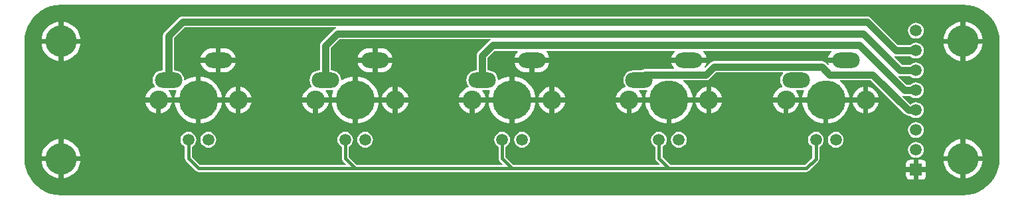
<source format=gtl>
G04 Layer_Physical_Order=1*
G04 Layer_Color=255*
%FSLAX25Y25*%
%MOIN*%
G70*
G01*
G75*
%ADD10C,0.01500*%
%ADD11C,0.03500*%
%ADD12O,0.13780X0.07874*%
%ADD13C,0.05905*%
%ADD14C,0.19685*%
%ADD15C,0.09449*%
%ADD16C,0.15748*%
%ADD17R,0.05905X0.05905*%
G36*
X228998Y47747D02*
X231564Y47189D01*
X234025Y46271D01*
X236330Y45013D01*
X238432Y43439D01*
X240289Y41582D01*
X241863Y39479D01*
X243122Y37174D01*
X244040Y34714D01*
X244598Y32147D01*
X244789Y29482D01*
Y-29482D01*
X244598Y-32147D01*
X244040Y-34714D01*
X243122Y-37174D01*
X241863Y-39479D01*
X240289Y-41582D01*
X238432Y-43439D01*
X236330Y-45013D01*
X234025Y-46271D01*
X231564Y-47189D01*
X228998Y-47747D01*
X226332Y-47938D01*
X-226332D01*
X-228998Y-47747D01*
X-231564Y-47189D01*
X-234025Y-46271D01*
X-236330Y-45013D01*
X-238432Y-43439D01*
X-240289Y-41582D01*
X-241863Y-39479D01*
X-243122Y-37174D01*
X-244040Y-34714D01*
X-244598Y-32147D01*
X-244789Y-29482D01*
Y29482D01*
X-244598Y32147D01*
X-244040Y34714D01*
X-243122Y37174D01*
X-241863Y39479D01*
X-240289Y41582D01*
X-238432Y43439D01*
X-236330Y45013D01*
X-234025Y46271D01*
X-231564Y47189D01*
X-228998Y47747D01*
X-226332Y47938D01*
X226332D01*
X228998Y47747D01*
D02*
G37*
%LPC*%
G36*
X90521Y-1250D02*
X79990D01*
Y-11781D01*
X80598Y-11733D01*
X82411Y-11298D01*
X84133Y-10584D01*
X85723Y-9610D01*
X87140Y-8400D01*
X88351Y-6982D01*
X89324Y-5393D01*
X90038Y-3671D01*
X90473Y-1858D01*
X90521Y-1250D01*
D02*
G37*
G36*
X77490D02*
X66959D01*
X67007Y-1858D01*
X67442Y-3671D01*
X68156Y-5393D01*
X69130Y-6982D01*
X70340Y-8400D01*
X71758Y-9610D01*
X73347Y-10584D01*
X75069Y-11298D01*
X76882Y-11733D01*
X77490Y-11781D01*
Y-1250D01*
D02*
G37*
G36*
X156230D02*
X145700D01*
X145747Y-1858D01*
X146183Y-3671D01*
X146896Y-5393D01*
X147870Y-6982D01*
X149081Y-8400D01*
X150498Y-9610D01*
X152087Y-10584D01*
X153809Y-11298D01*
X155622Y-11733D01*
X156230Y-11781D01*
Y-1250D01*
D02*
G37*
G36*
X-178730D02*
X-184114D01*
X-184107Y-1318D01*
X-183723Y-2586D01*
X-183098Y-3754D01*
X-182258Y-4778D01*
X-181234Y-5618D01*
X-180066Y-6243D01*
X-178798Y-6627D01*
X-178730Y-6634D01*
Y-1250D01*
D02*
G37*
G36*
X169261D02*
X158730D01*
Y-11781D01*
X159339Y-11733D01*
X161151Y-11298D01*
X162873Y-10584D01*
X164463Y-9610D01*
X165880Y-8400D01*
X167091Y-6982D01*
X168065Y-5393D01*
X168778Y-3671D01*
X169213Y-1858D01*
X169261Y-1250D01*
D02*
G37*
G36*
X-79990D02*
X-90521D01*
X-90473Y-1858D01*
X-90038Y-3671D01*
X-89324Y-5393D01*
X-88351Y-6982D01*
X-87140Y-8400D01*
X-85723Y-9610D01*
X-84133Y-10584D01*
X-82411Y-11298D01*
X-80598Y-11733D01*
X-79990Y-11781D01*
Y-1250D01*
D02*
G37*
G36*
X-145700D02*
X-156230D01*
Y-11781D01*
X-155622Y-11733D01*
X-153809Y-11298D01*
X-152087Y-10584D01*
X-150498Y-9610D01*
X-149081Y-8400D01*
X-147870Y-6982D01*
X-146896Y-5393D01*
X-146183Y-3671D01*
X-145747Y-1858D01*
X-145700Y-1250D01*
D02*
G37*
G36*
X-66959D02*
X-77490D01*
Y-11781D01*
X-76882Y-11733D01*
X-75069Y-11298D01*
X-73347Y-10584D01*
X-71758Y-9610D01*
X-70340Y-8400D01*
X-69130Y-6982D01*
X-68156Y-5393D01*
X-67442Y-3671D01*
X-67007Y-1858D01*
X-66959Y-1250D01*
D02*
G37*
G36*
X11781D02*
X1250D01*
Y-11781D01*
X1858Y-11733D01*
X3671Y-11298D01*
X5393Y-10584D01*
X6982Y-9610D01*
X8400Y-8400D01*
X9610Y-6982D01*
X10584Y-5393D01*
X11298Y-3671D01*
X11733Y-1858D01*
X11781Y-1250D01*
D02*
G37*
G36*
X-1250D02*
X-11781D01*
X-11733Y-1858D01*
X-11298Y-3671D01*
X-10584Y-5393D01*
X-9610Y-6982D01*
X-8400Y-8400D01*
X-6982Y-9610D01*
X-5393Y-10584D01*
X-3671Y-11298D01*
X-1858Y-11733D01*
X-1250Y-11781D01*
Y-1250D01*
D02*
G37*
G36*
X-52106D02*
X-57490D01*
Y-6634D01*
X-57422Y-6627D01*
X-56154Y-6243D01*
X-54986Y-5618D01*
X-53962Y-4778D01*
X-53122Y-3754D01*
X-52498Y-2586D01*
X-52113Y-1318D01*
X-52106Y-1250D01*
D02*
G37*
G36*
X-59990D02*
X-65374D01*
X-65367Y-1318D01*
X-64983Y-2586D01*
X-64358Y-3754D01*
X-63518Y-4778D01*
X-62494Y-5618D01*
X-61326Y-6243D01*
X-60058Y-6627D01*
X-59990Y-6634D01*
Y-1250D01*
D02*
G37*
G36*
X-21250D02*
X-26634D01*
X-26627Y-1318D01*
X-26243Y-2586D01*
X-25618Y-3754D01*
X-24778Y-4778D01*
X-23754Y-5618D01*
X-22586Y-6243D01*
X-21318Y-6627D01*
X-21250Y-6634D01*
Y-1250D01*
D02*
G37*
G36*
X18750D02*
X13366D01*
X13373Y-1318D01*
X13757Y-2586D01*
X14382Y-3754D01*
X15222Y-4778D01*
X16246Y-5618D01*
X17414Y-6243D01*
X18682Y-6627D01*
X18750Y-6634D01*
Y-1250D01*
D02*
G37*
G36*
X-13366D02*
X-18750D01*
Y-6634D01*
X-18682Y-6627D01*
X-17414Y-6243D01*
X-16246Y-5618D01*
X-15222Y-4778D01*
X-14382Y-3754D01*
X-13757Y-2586D01*
X-13373Y-1318D01*
X-13366Y-1250D01*
D02*
G37*
G36*
X-138730D02*
X-144114D01*
X-144107Y-1318D01*
X-143723Y-2586D01*
X-143098Y-3754D01*
X-142258Y-4778D01*
X-141234Y-5618D01*
X-140066Y-6243D01*
X-138798Y-6627D01*
X-138730Y-6634D01*
Y-1250D01*
D02*
G37*
G36*
X-170846D02*
X-176230D01*
Y-6634D01*
X-176162Y-6627D01*
X-174894Y-6243D01*
X-173726Y-5618D01*
X-172702Y-4778D01*
X-171862Y-3754D01*
X-171238Y-2586D01*
X-170853Y-1318D01*
X-170846Y-1250D01*
D02*
G37*
G36*
X-130847D02*
X-136230D01*
Y-6634D01*
X-136162Y-6627D01*
X-134895Y-6243D01*
X-133726Y-5618D01*
X-132702Y-4778D01*
X-131862Y-3754D01*
X-131238Y-2586D01*
X-130853Y-1318D01*
X-130847Y-1250D01*
D02*
G37*
G36*
X-92106D02*
X-97490D01*
Y-6634D01*
X-97422Y-6627D01*
X-96154Y-6243D01*
X-94986Y-5618D01*
X-93962Y-4778D01*
X-93122Y-3754D01*
X-92498Y-2586D01*
X-92113Y-1318D01*
X-92106Y-1250D01*
D02*
G37*
G36*
X-99990D02*
X-105374D01*
X-105367Y-1318D01*
X-104983Y-2586D01*
X-104358Y-3754D01*
X-103518Y-4778D01*
X-102494Y-5618D01*
X-101326Y-6243D01*
X-100058Y-6627D01*
X-99990Y-6634D01*
Y-1250D01*
D02*
G37*
G36*
X-158730D02*
X-169261D01*
X-169213Y-1858D01*
X-168778Y-3671D01*
X-168065Y-5393D01*
X-167091Y-6982D01*
X-165880Y-8400D01*
X-164463Y-9610D01*
X-162873Y-10584D01*
X-161151Y-11298D01*
X-159339Y-11733D01*
X-158730Y-11781D01*
Y-1250D01*
D02*
G37*
G36*
X201506Y-30087D02*
X199803D01*
X199023Y-30242D01*
X198361Y-30684D01*
X197919Y-31346D01*
X197764Y-32126D01*
Y-33829D01*
X201506D01*
Y-30087D01*
D02*
G37*
G36*
X236177Y-30778D02*
X227628D01*
Y-39326D01*
X228314Y-39259D01*
X230175Y-38694D01*
X231890Y-37777D01*
X233394Y-36543D01*
X234628Y-35040D01*
X235544Y-33325D01*
X236109Y-31463D01*
X236177Y-30778D01*
D02*
G37*
G36*
X205709Y-30087D02*
X204006D01*
Y-33829D01*
X207748D01*
Y-32126D01*
X207593Y-31346D01*
X207151Y-30684D01*
X206489Y-30242D01*
X205709Y-30087D01*
D02*
G37*
G36*
X202756Y-21092D02*
X201724Y-21228D01*
X200763Y-21626D01*
X199937Y-22260D01*
X199303Y-23085D01*
X198905Y-24047D01*
X198769Y-25079D01*
X198905Y-26111D01*
X199303Y-27072D01*
X199937Y-27898D01*
X200763Y-28532D01*
X201724Y-28930D01*
X202756Y-29066D01*
X203788Y-28930D01*
X204749Y-28532D01*
X205575Y-27898D01*
X206209Y-27072D01*
X206607Y-26111D01*
X206743Y-25079D01*
X206607Y-24047D01*
X206209Y-23085D01*
X205575Y-22260D01*
X204749Y-21626D01*
X203788Y-21228D01*
X202756Y-21092D01*
D02*
G37*
G36*
X152480Y-16013D02*
X151448Y-16149D01*
X150487Y-16547D01*
X149661Y-17181D01*
X149028Y-18007D01*
X148629Y-18968D01*
X148494Y-20000D01*
X148629Y-21032D01*
X149028Y-21993D01*
X149661Y-22819D01*
X150487Y-23453D01*
X150696Y-23539D01*
Y-28867D01*
X146899Y-32664D01*
X79479D01*
X75524Y-28710D01*
Y-23539D01*
X75734Y-23453D01*
X76559Y-22819D01*
X77193Y-21993D01*
X77591Y-21032D01*
X77727Y-20000D01*
X77591Y-18968D01*
X77193Y-18007D01*
X76559Y-17181D01*
X75734Y-16547D01*
X74772Y-16149D01*
X73740Y-16013D01*
X72708Y-16149D01*
X71747Y-16547D01*
X70921Y-17181D01*
X70287Y-18007D01*
X69889Y-18968D01*
X69753Y-20000D01*
X69889Y-21032D01*
X70287Y-21993D01*
X70921Y-22819D01*
X71747Y-23453D01*
X71956Y-23539D01*
Y-29449D01*
X72092Y-30132D01*
X72478Y-30711D01*
X73971Y-32203D01*
X73779Y-32664D01*
X739D01*
X-3216Y-28710D01*
Y-23539D01*
X-3007Y-23453D01*
X-2181Y-22819D01*
X-1547Y-21993D01*
X-1149Y-21032D01*
X-1013Y-20000D01*
X-1149Y-18968D01*
X-1547Y-18007D01*
X-2181Y-17181D01*
X-3007Y-16547D01*
X-3968Y-16149D01*
X-5000Y-16013D01*
X-6032Y-16149D01*
X-6993Y-16547D01*
X-7819Y-17181D01*
X-8453Y-18007D01*
X-8851Y-18968D01*
X-8987Y-20000D01*
X-8851Y-21032D01*
X-8453Y-21993D01*
X-7819Y-22819D01*
X-6993Y-23453D01*
X-6784Y-23539D01*
Y-29449D01*
X-6649Y-30132D01*
X-6262Y-30711D01*
X-4770Y-32203D01*
X-4961Y-32664D01*
X-78001D01*
X-81956Y-28710D01*
Y-23539D01*
X-81747Y-23453D01*
X-80921Y-22819D01*
X-80287Y-21993D01*
X-79889Y-21032D01*
X-79753Y-20000D01*
X-79889Y-18968D01*
X-80287Y-18007D01*
X-80921Y-17181D01*
X-81747Y-16547D01*
X-82708Y-16149D01*
X-83740Y-16013D01*
X-84772Y-16149D01*
X-85734Y-16547D01*
X-86559Y-17181D01*
X-87193Y-18007D01*
X-87591Y-18968D01*
X-87727Y-20000D01*
X-87591Y-21032D01*
X-87193Y-21993D01*
X-86559Y-22819D01*
X-85734Y-23453D01*
X-85524Y-23539D01*
Y-29449D01*
X-85389Y-30132D01*
X-85002Y-30711D01*
X-83510Y-32203D01*
X-83701Y-32664D01*
X-156741D01*
X-160696Y-28710D01*
Y-23539D01*
X-160487Y-23453D01*
X-159661Y-22819D01*
X-159028Y-21993D01*
X-158629Y-21032D01*
X-158493Y-20000D01*
X-158629Y-18968D01*
X-159028Y-18007D01*
X-159661Y-17181D01*
X-160487Y-16547D01*
X-161448Y-16149D01*
X-162480Y-16013D01*
X-163512Y-16149D01*
X-164474Y-16547D01*
X-165299Y-17181D01*
X-165933Y-18007D01*
X-166331Y-18968D01*
X-166467Y-20000D01*
X-166331Y-21032D01*
X-165933Y-21993D01*
X-165299Y-22819D01*
X-164474Y-23453D01*
X-164265Y-23539D01*
Y-29449D01*
X-164129Y-30132D01*
X-163742Y-30711D01*
X-158742Y-35710D01*
X-158742Y-35710D01*
X-158163Y-36097D01*
X-157480Y-36233D01*
X-157480Y-36233D01*
X-78740D01*
X-78740Y-36233D01*
X-78740Y-36233D01*
X-0D01*
X0Y-36233D01*
X0Y-36233D01*
X78740D01*
X78740Y-36233D01*
X78740Y-36233D01*
X147638D01*
X148321Y-36097D01*
X148899Y-35710D01*
X153742Y-30868D01*
X153742Y-30868D01*
X154129Y-30289D01*
X154265Y-29606D01*
X154265Y-29606D01*
Y-23539D01*
X154474Y-23453D01*
X155299Y-22819D01*
X155933Y-21993D01*
X156331Y-21032D01*
X156467Y-20000D01*
X156331Y-18968D01*
X155933Y-18007D01*
X155299Y-17181D01*
X154474Y-16547D01*
X153512Y-16149D01*
X152480Y-16013D01*
D02*
G37*
G36*
X207748Y-36329D02*
X204006D01*
Y-40071D01*
X205709D01*
X206489Y-39915D01*
X207151Y-39473D01*
X207593Y-38812D01*
X207748Y-38032D01*
Y-36329D01*
D02*
G37*
G36*
X201506D02*
X197764D01*
Y-38032D01*
X197919Y-38812D01*
X198361Y-39473D01*
X199023Y-39915D01*
X199803Y-40071D01*
X201506D01*
Y-36329D01*
D02*
G37*
G36*
X-227628Y-30778D02*
X-236177D01*
X-236109Y-31463D01*
X-235544Y-33325D01*
X-234628Y-35040D01*
X-233394Y-36543D01*
X-231890Y-37777D01*
X-230175Y-38694D01*
X-228314Y-39259D01*
X-227628Y-39326D01*
Y-30778D01*
D02*
G37*
G36*
X225128D02*
X216579D01*
X216647Y-31463D01*
X217211Y-33325D01*
X218128Y-35040D01*
X219362Y-36543D01*
X220866Y-37777D01*
X222581Y-38694D01*
X224442Y-39259D01*
X225128Y-39326D01*
Y-30778D01*
D02*
G37*
G36*
X-216579D02*
X-225128D01*
Y-39326D01*
X-224442Y-39259D01*
X-222581Y-38694D01*
X-220866Y-37777D01*
X-219362Y-36543D01*
X-218128Y-35040D01*
X-217211Y-33325D01*
X-216647Y-31463D01*
X-216579Y-30778D01*
D02*
G37*
G36*
X5000Y-16013D02*
X3968Y-16149D01*
X3007Y-16547D01*
X2181Y-17181D01*
X1547Y-18007D01*
X1149Y-18968D01*
X1013Y-20000D01*
X1149Y-21032D01*
X1547Y-21993D01*
X2181Y-22819D01*
X3007Y-23453D01*
X3968Y-23851D01*
X5000Y-23987D01*
X6032Y-23851D01*
X6993Y-23453D01*
X7819Y-22819D01*
X8453Y-21993D01*
X8851Y-21032D01*
X8987Y-20000D01*
X8851Y-18968D01*
X8453Y-18007D01*
X7819Y-17181D01*
X6993Y-16547D01*
X6032Y-16149D01*
X5000Y-16013D01*
D02*
G37*
G36*
X-73740D02*
X-74772Y-16149D01*
X-75734Y-16547D01*
X-76559Y-17181D01*
X-77193Y-18007D01*
X-77591Y-18968D01*
X-77727Y-20000D01*
X-77591Y-21032D01*
X-77193Y-21993D01*
X-76559Y-22819D01*
X-75734Y-23453D01*
X-74772Y-23851D01*
X-73740Y-23987D01*
X-72708Y-23851D01*
X-71747Y-23453D01*
X-70921Y-22819D01*
X-70287Y-21993D01*
X-69889Y-21032D01*
X-69753Y-20000D01*
X-69889Y-18968D01*
X-70287Y-18007D01*
X-70921Y-17181D01*
X-71747Y-16547D01*
X-72708Y-16149D01*
X-73740Y-16013D01*
D02*
G37*
G36*
X83740D02*
X82708Y-16149D01*
X81747Y-16547D01*
X80921Y-17181D01*
X80287Y-18007D01*
X79889Y-18968D01*
X79753Y-20000D01*
X79889Y-21032D01*
X80287Y-21993D01*
X80921Y-22819D01*
X81747Y-23453D01*
X82708Y-23851D01*
X83740Y-23987D01*
X84772Y-23851D01*
X85734Y-23453D01*
X86559Y-22819D01*
X87193Y-21993D01*
X87591Y-21032D01*
X87727Y-20000D01*
X87591Y-18968D01*
X87193Y-18007D01*
X86559Y-17181D01*
X85734Y-16547D01*
X84772Y-16149D01*
X83740Y-16013D01*
D02*
G37*
G36*
X202756Y-11092D02*
X201724Y-11228D01*
X200763Y-11626D01*
X199937Y-12260D01*
X199303Y-13085D01*
X198905Y-14047D01*
X198769Y-15079D01*
X198905Y-16111D01*
X199303Y-17072D01*
X199937Y-17898D01*
X200763Y-18531D01*
X201724Y-18930D01*
X202756Y-19066D01*
X203788Y-18930D01*
X204749Y-18531D01*
X205575Y-17898D01*
X206209Y-17072D01*
X206607Y-16111D01*
X206743Y-15079D01*
X206607Y-14047D01*
X206209Y-13085D01*
X205575Y-12260D01*
X204749Y-11626D01*
X203788Y-11228D01*
X202756Y-11092D01*
D02*
G37*
G36*
X162480Y-16013D02*
X161448Y-16149D01*
X160487Y-16547D01*
X159661Y-17181D01*
X159028Y-18007D01*
X158629Y-18968D01*
X158493Y-20000D01*
X158629Y-21032D01*
X159028Y-21993D01*
X159661Y-22819D01*
X160487Y-23453D01*
X161448Y-23851D01*
X162480Y-23987D01*
X163512Y-23851D01*
X164474Y-23453D01*
X165299Y-22819D01*
X165933Y-21993D01*
X166331Y-21032D01*
X166467Y-20000D01*
X166331Y-18968D01*
X165933Y-18007D01*
X165299Y-17181D01*
X164474Y-16547D01*
X163512Y-16149D01*
X162480Y-16013D01*
D02*
G37*
G36*
X-225128Y-19729D02*
Y-28278D01*
X-216579D01*
X-216647Y-27592D01*
X-217211Y-25731D01*
X-218128Y-24015D01*
X-219362Y-22512D01*
X-220866Y-21278D01*
X-222581Y-20361D01*
X-224442Y-19796D01*
X-225128Y-19729D01*
D02*
G37*
G36*
X-227628D02*
X-228314Y-19796D01*
X-230175Y-20361D01*
X-231890Y-21278D01*
X-233394Y-22512D01*
X-234628Y-24015D01*
X-235544Y-25731D01*
X-236109Y-27592D01*
X-236177Y-28278D01*
X-227628D01*
Y-19729D01*
D02*
G37*
G36*
X225128D02*
X224442Y-19796D01*
X222581Y-20361D01*
X220866Y-21278D01*
X219362Y-22512D01*
X218128Y-24015D01*
X217211Y-25731D01*
X216647Y-27592D01*
X216579Y-28278D01*
X225128D01*
Y-19729D01*
D02*
G37*
G36*
X-152480Y-16013D02*
X-153512Y-16149D01*
X-154474Y-16547D01*
X-155299Y-17181D01*
X-155933Y-18007D01*
X-156331Y-18968D01*
X-156467Y-20000D01*
X-156331Y-21032D01*
X-155933Y-21993D01*
X-155299Y-22819D01*
X-154474Y-23453D01*
X-153512Y-23851D01*
X-152480Y-23987D01*
X-151448Y-23851D01*
X-150487Y-23453D01*
X-149661Y-22819D01*
X-149028Y-21993D01*
X-148629Y-21032D01*
X-148494Y-20000D01*
X-148629Y-18968D01*
X-149028Y-18007D01*
X-149661Y-17181D01*
X-150487Y-16547D01*
X-151448Y-16149D01*
X-152480Y-16013D01*
D02*
G37*
G36*
X227628Y-19729D02*
Y-28278D01*
X236177D01*
X236109Y-27592D01*
X235544Y-25731D01*
X234628Y-24015D01*
X233394Y-22512D01*
X231890Y-21278D01*
X230175Y-20361D01*
X228314Y-19796D01*
X227628Y-19729D01*
D02*
G37*
G36*
X18778Y18750D02*
X11250D01*
Y14034D01*
X12953D01*
X14117Y14149D01*
X15236Y14488D01*
X16267Y15040D01*
X17171Y15782D01*
X17913Y16686D01*
X18464Y17717D01*
X18778Y18750D01*
D02*
G37*
G36*
X8750D02*
X1222D01*
X1536Y17717D01*
X2087Y16686D01*
X2829Y15782D01*
X3733Y15040D01*
X4764Y14488D01*
X5883Y14149D01*
X7047Y14034D01*
X8750D01*
Y18750D01*
D02*
G37*
G36*
X-227628Y28278D02*
X-236177D01*
X-236109Y27592D01*
X-235544Y25731D01*
X-234628Y24015D01*
X-233394Y22512D01*
X-231890Y21278D01*
X-230175Y20361D01*
X-228314Y19796D01*
X-227628Y19729D01*
Y28278D01*
D02*
G37*
G36*
X225128D02*
X216579D01*
X216647Y27592D01*
X217211Y25731D01*
X218128Y24015D01*
X219362Y22512D01*
X220866Y21278D01*
X222581Y20361D01*
X224442Y19796D01*
X225128Y19729D01*
Y28278D01*
D02*
G37*
G36*
X-216579D02*
X-225128D01*
Y19729D01*
X-224442Y19796D01*
X-222581Y20361D01*
X-220866Y21278D01*
X-219362Y22512D01*
X-218128Y24015D01*
X-217211Y25731D01*
X-216647Y27592D01*
X-216579Y28278D01*
D02*
G37*
G36*
X-148730Y18750D02*
X-156258D01*
X-155945Y17717D01*
X-155393Y16686D01*
X-154651Y15782D01*
X-153747Y15040D01*
X-152716Y14488D01*
X-151597Y14149D01*
X-150433Y14034D01*
X-148730D01*
Y18750D01*
D02*
G37*
G36*
X178730Y6634D02*
Y1250D01*
X184114D01*
X184107Y1318D01*
X183723Y2586D01*
X183098Y3754D01*
X182258Y4778D01*
X181234Y5618D01*
X180066Y6243D01*
X178798Y6627D01*
X178730Y6634D01*
D02*
G37*
G36*
X-138703Y18750D02*
X-146230D01*
Y14034D01*
X-144528D01*
X-143364Y14149D01*
X-142245Y14488D01*
X-141213Y15040D01*
X-140309Y15782D01*
X-139567Y16686D01*
X-139016Y17717D01*
X-138703Y18750D01*
D02*
G37*
G36*
X-59962D02*
X-67490D01*
Y14034D01*
X-65787D01*
X-64624Y14149D01*
X-63504Y14488D01*
X-62473Y15040D01*
X-61569Y15782D01*
X-60827Y16686D01*
X-60276Y17717D01*
X-59962Y18750D01*
D02*
G37*
G36*
X-69990D02*
X-77518D01*
X-77205Y17717D01*
X-76653Y16686D01*
X-75911Y15782D01*
X-75007Y15040D01*
X-73976Y14488D01*
X-72857Y14149D01*
X-71693Y14034D01*
X-69990D01*
Y18750D01*
D02*
G37*
G36*
X236177Y28278D02*
X227628D01*
Y19729D01*
X228314Y19796D01*
X230175Y20361D01*
X231890Y21278D01*
X233394Y22512D01*
X234628Y24015D01*
X235544Y25731D01*
X236109Y27592D01*
X236177Y28278D01*
D02*
G37*
G36*
X-225128Y39326D02*
Y30778D01*
X-216579D01*
X-216647Y31463D01*
X-217211Y33325D01*
X-218128Y35040D01*
X-219362Y36543D01*
X-220866Y37777D01*
X-222581Y38694D01*
X-224442Y39259D01*
X-225128Y39326D01*
D02*
G37*
G36*
X-227628D02*
X-228314Y39259D01*
X-230175Y38694D01*
X-231890Y37777D01*
X-233394Y36543D01*
X-234628Y35040D01*
X-235544Y33325D01*
X-236109Y31463D01*
X-236177Y30778D01*
X-227628D01*
Y39326D01*
D02*
G37*
G36*
X225128D02*
X224442Y39259D01*
X222581Y38694D01*
X220866Y37777D01*
X219362Y36543D01*
X218128Y35040D01*
X217211Y33325D01*
X216647Y31463D01*
X216579Y30778D01*
X225128D01*
Y39326D01*
D02*
G37*
G36*
X202756Y38908D02*
X201724Y38772D01*
X200763Y38374D01*
X199937Y37740D01*
X199303Y36915D01*
X198905Y35953D01*
X198769Y34921D01*
X198905Y33889D01*
X199303Y32928D01*
X199937Y32102D01*
X200763Y31468D01*
X201724Y31070D01*
X202756Y30934D01*
X203788Y31070D01*
X204749Y31468D01*
X205575Y32102D01*
X206209Y32928D01*
X206607Y33889D01*
X206743Y34921D01*
X206607Y35953D01*
X206209Y36915D01*
X205575Y37740D01*
X204749Y38374D01*
X203788Y38772D01*
X202756Y38908D01*
D02*
G37*
G36*
X227628Y39326D02*
Y30778D01*
X236177D01*
X236109Y31463D01*
X235544Y33325D01*
X234628Y35040D01*
X233394Y36543D01*
X231890Y37777D01*
X230175Y38694D01*
X228314Y39259D01*
X227628Y39326D01*
D02*
G37*
G36*
X-148730Y25966D02*
X-150433D01*
X-151597Y25851D01*
X-152716Y25512D01*
X-153747Y24960D01*
X-154651Y24218D01*
X-155393Y23314D01*
X-155945Y22283D01*
X-156258Y21250D01*
X-148730D01*
Y25966D01*
D02*
G37*
G36*
X178150Y42144D02*
X-165354D01*
X-166072Y42049D01*
X-166741Y41772D01*
X-167316Y41331D01*
X-174442Y34205D01*
X-174882Y33631D01*
X-175160Y32962D01*
X-175254Y32244D01*
Y14980D01*
X-175433D01*
X-176722Y14810D01*
X-177923Y14312D01*
X-178954Y13521D01*
X-179745Y12490D01*
X-180243Y11289D01*
X-180413Y10000D01*
X-180243Y8711D01*
X-179745Y7510D01*
X-179285Y6909D01*
X-179437Y6433D01*
X-180066Y6243D01*
X-181234Y5618D01*
X-182258Y4778D01*
X-183098Y3754D01*
X-183723Y2586D01*
X-184107Y1318D01*
X-184114Y1250D01*
X-170846D01*
X-170853Y1318D01*
X-171238Y2586D01*
X-171862Y3754D01*
X-172491Y4520D01*
X-172255Y5020D01*
X-169528D01*
X-168716Y5127D01*
X-168365Y4669D01*
X-168778Y3671D01*
X-169213Y1858D01*
X-169261Y1250D01*
X-158730D01*
Y11781D01*
X-159339Y11733D01*
X-161151Y11298D01*
X-162873Y10584D01*
X-164063Y9856D01*
X-164243Y9909D01*
X-164566Y10134D01*
X-164718Y11289D01*
X-165215Y12490D01*
X-166006Y13521D01*
X-167038Y14312D01*
X-168239Y14810D01*
X-169528Y14980D01*
X-169707D01*
Y31095D01*
X-164205Y36596D01*
X-88530D01*
X-88431Y36096D01*
X-88985Y35867D01*
X-89560Y35426D01*
X-95701Y29284D01*
X-96142Y28710D01*
X-96419Y28041D01*
X-96514Y27323D01*
Y14980D01*
X-96693D01*
X-97982Y14810D01*
X-99183Y14312D01*
X-100214Y13521D01*
X-101005Y12490D01*
X-101503Y11289D01*
X-101672Y10000D01*
X-101503Y8711D01*
X-101005Y7510D01*
X-100544Y6909D01*
X-100697Y6433D01*
X-101326Y6243D01*
X-102494Y5618D01*
X-103518Y4778D01*
X-104358Y3754D01*
X-104983Y2586D01*
X-105367Y1318D01*
X-105374Y1250D01*
X-92106D01*
X-92113Y1318D01*
X-92498Y2586D01*
X-93122Y3754D01*
X-93751Y4520D01*
X-93515Y5020D01*
X-90787D01*
X-89976Y5127D01*
X-89624Y4669D01*
X-90038Y3671D01*
X-90473Y1858D01*
X-90521Y1250D01*
X-79990D01*
Y11781D01*
X-80598Y11733D01*
X-82411Y11298D01*
X-84133Y10584D01*
X-85322Y9856D01*
X-85502Y9909D01*
X-85825Y10134D01*
X-85978Y11289D01*
X-86475Y12490D01*
X-87266Y13521D01*
X-88298Y14312D01*
X-89499Y14810D01*
X-90787Y14980D01*
X-90966D01*
Y26174D01*
X-86449Y30691D01*
X-10774D01*
X-10675Y30191D01*
X-11229Y29961D01*
X-11804Y29520D01*
X-16961Y24363D01*
X-17402Y23788D01*
X-17679Y23120D01*
X-17774Y22402D01*
Y14980D01*
X-17953D01*
X-19242Y14810D01*
X-20443Y14312D01*
X-21474Y13521D01*
X-22265Y12490D01*
X-22763Y11289D01*
X-22932Y10000D01*
X-22763Y8711D01*
X-22265Y7510D01*
X-21804Y6909D01*
X-21957Y6433D01*
X-22586Y6243D01*
X-23754Y5618D01*
X-24778Y4778D01*
X-25618Y3754D01*
X-26243Y2586D01*
X-26627Y1318D01*
X-26634Y1250D01*
X-13366D01*
X-13373Y1318D01*
X-13757Y2586D01*
X-14382Y3754D01*
X-15011Y4520D01*
X-14774Y5020D01*
X-12047D01*
X-11236Y5127D01*
X-10884Y4669D01*
X-11298Y3671D01*
X-11733Y1858D01*
X-11781Y1250D01*
X-1250D01*
Y11781D01*
X-1858Y11733D01*
X-3671Y11298D01*
X-5393Y10584D01*
X-6582Y9856D01*
X-6762Y9909D01*
X-7085Y10134D01*
X-7237Y11289D01*
X-7735Y12490D01*
X-8526Y13521D01*
X-9557Y14312D01*
X-10758Y14810D01*
X-12047Y14980D01*
X-12226D01*
Y21253D01*
X-8694Y24785D01*
X2778D01*
X2946Y24315D01*
X2829Y24218D01*
X2087Y23314D01*
X1536Y22283D01*
X1222Y21250D01*
X18778D01*
X18464Y22283D01*
X17913Y23314D01*
X17171Y24218D01*
X17054Y24315D01*
X17222Y24785D01*
X81518D01*
X81686Y24315D01*
X81569Y24218D01*
X80827Y23314D01*
X80276Y22283D01*
X79962Y21250D01*
X97518D01*
X97205Y22283D01*
X96653Y23314D01*
X95911Y24218D01*
X95794Y24315D01*
X95963Y24785D01*
X160258D01*
X160426Y24315D01*
X160309Y24218D01*
X159567Y23314D01*
X159016Y22283D01*
X158703Y21250D01*
X167480D01*
Y18750D01*
X158703D01*
X158955Y17919D01*
X158512Y17654D01*
X157473Y18694D01*
X156899Y19134D01*
X156230Y19411D01*
X155512Y19506D01*
X101378D01*
X100660Y19411D01*
X99991Y19134D01*
X99417Y18694D01*
X96803Y16080D01*
X96432Y16416D01*
X96653Y16686D01*
X97205Y17717D01*
X97518Y18750D01*
X79962D01*
X80276Y17717D01*
X80827Y16686D01*
X81333Y16069D01*
X81097Y15569D01*
X66535D01*
X65818Y15474D01*
X65149Y15197D01*
X64865Y14980D01*
X60787D01*
X59499Y14810D01*
X58298Y14312D01*
X57266Y13521D01*
X56475Y12490D01*
X55977Y11289D01*
X55808Y10000D01*
X55977Y8711D01*
X56475Y7510D01*
X56936Y6909D01*
X56783Y6433D01*
X56154Y6243D01*
X54986Y5618D01*
X53962Y4778D01*
X53122Y3754D01*
X52498Y2586D01*
X52113Y1318D01*
X52106Y1250D01*
X65374D01*
X65367Y1318D01*
X64983Y2586D01*
X64358Y3754D01*
X63729Y4520D01*
X63966Y5020D01*
X66693D01*
X67505Y5127D01*
X67856Y4669D01*
X67442Y3671D01*
X67007Y1858D01*
X66959Y1250D01*
X90521D01*
X90473Y1858D01*
X90038Y3671D01*
X89324Y5393D01*
X88351Y6982D01*
X87140Y8400D01*
X85827Y9522D01*
X85952Y10022D01*
X97441D01*
X98159Y10116D01*
X98828Y10393D01*
X99402Y10834D01*
X102527Y13959D01*
X135840D01*
X135958Y13458D01*
X135215Y12490D01*
X134718Y11289D01*
X134548Y10000D01*
X134718Y8711D01*
X135215Y7510D01*
X135676Y6909D01*
X135523Y6433D01*
X134895Y6243D01*
X133726Y5618D01*
X132702Y4778D01*
X131862Y3754D01*
X131238Y2586D01*
X130853Y1318D01*
X130847Y1250D01*
X144114D01*
X144107Y1318D01*
X143723Y2586D01*
X143098Y3754D01*
X142470Y4520D01*
X142706Y5020D01*
X145433D01*
X146245Y5127D01*
X146596Y4669D01*
X146183Y3671D01*
X145747Y1858D01*
X145700Y1250D01*
X169261D01*
X169213Y1858D01*
X168778Y3671D01*
X168065Y5393D01*
X167091Y6982D01*
X165880Y8400D01*
X164567Y9522D01*
X164692Y10022D01*
X179953D01*
X197015Y-7040D01*
X197590Y-7481D01*
X198258Y-7758D01*
X198976Y-7852D01*
X199902D01*
X199937Y-7898D01*
X200763Y-8531D01*
X201724Y-8930D01*
X202756Y-9066D01*
X203788Y-8930D01*
X204749Y-8531D01*
X205575Y-7898D01*
X206209Y-7072D01*
X206607Y-6111D01*
X206743Y-5079D01*
X206607Y-4047D01*
X206209Y-3085D01*
X205575Y-2260D01*
X204749Y-1626D01*
X203788Y-1228D01*
X202756Y-1092D01*
X201724Y-1228D01*
X200763Y-1626D01*
X200018Y-2197D01*
X196075Y1745D01*
X196309Y2219D01*
X196850Y2148D01*
X199902D01*
X199937Y2102D01*
X200763Y1469D01*
X201724Y1070D01*
X202756Y934D01*
X203788Y1070D01*
X204749Y1469D01*
X205575Y2102D01*
X206209Y2928D01*
X206607Y3889D01*
X206743Y4921D01*
X206607Y5953D01*
X206209Y6915D01*
X205575Y7740D01*
X204749Y8374D01*
X203788Y8772D01*
X202756Y8908D01*
X201724Y8772D01*
X200763Y8374D01*
X199937Y7740D01*
X199902Y7695D01*
X197999D01*
X193949Y11745D01*
X194183Y12219D01*
X194724Y12148D01*
X199902D01*
X199937Y12102D01*
X200763Y11468D01*
X201724Y11070D01*
X202756Y10934D01*
X203788Y11070D01*
X204749Y11468D01*
X205575Y12102D01*
X206209Y12928D01*
X206607Y13889D01*
X206743Y14921D01*
X206607Y15953D01*
X206209Y16915D01*
X205575Y17740D01*
X204749Y18374D01*
X203788Y18772D01*
X202756Y18908D01*
X201724Y18772D01*
X200763Y18374D01*
X199937Y17740D01*
X199902Y17695D01*
X195873D01*
X191823Y21745D01*
X192057Y22219D01*
X192598Y22148D01*
X199902D01*
X199937Y22102D01*
X200763Y21468D01*
X201724Y21070D01*
X202756Y20934D01*
X203788Y21070D01*
X204749Y21468D01*
X205575Y22102D01*
X206209Y22928D01*
X206607Y23889D01*
X206743Y24921D01*
X206607Y25953D01*
X206209Y26915D01*
X205575Y27740D01*
X204749Y28374D01*
X203788Y28772D01*
X202756Y28908D01*
X201724Y28772D01*
X200763Y28374D01*
X199937Y27740D01*
X199902Y27695D01*
X193747D01*
X180111Y41331D01*
X179536Y41772D01*
X178867Y42049D01*
X178150Y42144D01*
D02*
G37*
G36*
X-144528Y25966D02*
X-146230D01*
Y21250D01*
X-138703D01*
X-139016Y22283D01*
X-139567Y23314D01*
X-140309Y24218D01*
X-141213Y24960D01*
X-142245Y25512D01*
X-143364Y25851D01*
X-144528Y25966D01*
D02*
G37*
G36*
X-65787D02*
X-67490D01*
Y21250D01*
X-59962D01*
X-60276Y22283D01*
X-60827Y23314D01*
X-61569Y24218D01*
X-62473Y24960D01*
X-63504Y25512D01*
X-64624Y25851D01*
X-65787Y25966D01*
D02*
G37*
G36*
X-69990D02*
X-71693D01*
X-72857Y25851D01*
X-73976Y25512D01*
X-75007Y24960D01*
X-75911Y24218D01*
X-76653Y23314D01*
X-77205Y22283D01*
X-77518Y21250D01*
X-69990D01*
Y25966D01*
D02*
G37*
G36*
X144114Y-1250D02*
X138730D01*
Y-6634D01*
X138798Y-6627D01*
X140066Y-6243D01*
X141234Y-5618D01*
X142258Y-4778D01*
X143098Y-3754D01*
X143723Y-2586D01*
X144107Y-1318D01*
X144114Y-1250D01*
D02*
G37*
G36*
X136230D02*
X130847D01*
X130853Y-1318D01*
X131238Y-2586D01*
X131862Y-3754D01*
X132702Y-4778D01*
X133726Y-5618D01*
X134895Y-6243D01*
X136162Y-6627D01*
X136230Y-6634D01*
Y-1250D01*
D02*
G37*
G36*
X176230D02*
X170846D01*
X170853Y-1318D01*
X171238Y-2586D01*
X171862Y-3754D01*
X172702Y-4778D01*
X173726Y-5618D01*
X174894Y-6243D01*
X176162Y-6627D01*
X176230Y-6634D01*
Y-1250D01*
D02*
G37*
G36*
X-156230Y11781D02*
Y1250D01*
X-145700D01*
X-145747Y1858D01*
X-146183Y3671D01*
X-146896Y5393D01*
X-147870Y6982D01*
X-149081Y8400D01*
X-150498Y9610D01*
X-152087Y10584D01*
X-153809Y11298D01*
X-155622Y11733D01*
X-156230Y11781D01*
D02*
G37*
G36*
X184114Y-1250D02*
X178730D01*
Y-6634D01*
X178798Y-6627D01*
X180066Y-6243D01*
X181234Y-5618D01*
X182258Y-4778D01*
X183098Y-3754D01*
X183723Y-2586D01*
X184107Y-1318D01*
X184114Y-1250D01*
D02*
G37*
G36*
X57490D02*
X52106D01*
X52113Y-1318D01*
X52498Y-2586D01*
X53122Y-3754D01*
X53962Y-4778D01*
X54986Y-5618D01*
X56154Y-6243D01*
X57422Y-6627D01*
X57490Y-6634D01*
Y-1250D01*
D02*
G37*
G36*
X26634D02*
X21250D01*
Y-6634D01*
X21318Y-6627D01*
X22586Y-6243D01*
X23754Y-5618D01*
X24778Y-4778D01*
X25618Y-3754D01*
X26243Y-2586D01*
X26627Y-1318D01*
X26634Y-1250D01*
D02*
G37*
G36*
X65374D02*
X59990D01*
Y-6634D01*
X60058Y-6627D01*
X61326Y-6243D01*
X62494Y-5618D01*
X63518Y-4778D01*
X64358Y-3754D01*
X64983Y-2586D01*
X65367Y-1318D01*
X65374Y-1250D01*
D02*
G37*
G36*
X105374D02*
X99990D01*
Y-6634D01*
X100058Y-6627D01*
X101326Y-6243D01*
X102494Y-5618D01*
X103518Y-4778D01*
X104358Y-3754D01*
X104983Y-2586D01*
X105367Y-1318D01*
X105374Y-1250D01*
D02*
G37*
G36*
X97490D02*
X92106D01*
X92113Y-1318D01*
X92498Y-2586D01*
X93122Y-3754D01*
X93962Y-4778D01*
X94986Y-5618D01*
X96154Y-6243D01*
X97422Y-6627D01*
X97490Y-6634D01*
Y-1250D01*
D02*
G37*
G36*
X-138730Y6634D02*
X-138798Y6627D01*
X-140066Y6243D01*
X-141234Y5618D01*
X-142258Y4778D01*
X-143098Y3754D01*
X-143723Y2586D01*
X-144107Y1318D01*
X-144114Y1250D01*
X-138730D01*
Y6634D01*
D02*
G37*
G36*
X21250D02*
Y1250D01*
X26634D01*
X26627Y1318D01*
X26243Y2586D01*
X25618Y3754D01*
X24778Y4778D01*
X23754Y5618D01*
X22586Y6243D01*
X21318Y6627D01*
X21250Y6634D01*
D02*
G37*
G36*
X18750D02*
X18682Y6627D01*
X17414Y6243D01*
X16246Y5618D01*
X15222Y4778D01*
X14382Y3754D01*
X13757Y2586D01*
X13373Y1318D01*
X13366Y1250D01*
X18750D01*
Y6634D01*
D02*
G37*
G36*
X97490D02*
X97422Y6627D01*
X96154Y6243D01*
X94986Y5618D01*
X93962Y4778D01*
X93122Y3754D01*
X92498Y2586D01*
X92113Y1318D01*
X92106Y1250D01*
X97490D01*
Y6634D01*
D02*
G37*
G36*
X176230D02*
X176162Y6627D01*
X174894Y6243D01*
X173726Y5618D01*
X172702Y4778D01*
X171862Y3754D01*
X171238Y2586D01*
X170853Y1318D01*
X170846Y1250D01*
X176230D01*
Y6634D01*
D02*
G37*
G36*
X99990D02*
Y1250D01*
X105374D01*
X105367Y1318D01*
X104983Y2586D01*
X104358Y3754D01*
X103518Y4778D01*
X102494Y5618D01*
X101326Y6243D01*
X100058Y6627D01*
X99990Y6634D01*
D02*
G37*
G36*
X-77490Y11781D02*
Y1250D01*
X-66959D01*
X-67007Y1858D01*
X-67442Y3671D01*
X-68156Y5393D01*
X-69130Y6982D01*
X-70340Y8400D01*
X-71758Y9610D01*
X-73347Y10584D01*
X-75069Y11298D01*
X-76882Y11733D01*
X-77490Y11781D01*
D02*
G37*
G36*
X-136230Y6634D02*
Y1250D01*
X-130847D01*
X-130853Y1318D01*
X-131238Y2586D01*
X-131862Y3754D01*
X-132702Y4778D01*
X-133726Y5618D01*
X-134895Y6243D01*
X-136162Y6627D01*
X-136230Y6634D01*
D02*
G37*
G36*
X-59990D02*
X-60058Y6627D01*
X-61326Y6243D01*
X-62494Y5618D01*
X-63518Y4778D01*
X-64358Y3754D01*
X-64983Y2586D01*
X-65367Y1318D01*
X-65374Y1250D01*
X-59990D01*
Y6634D01*
D02*
G37*
G36*
X1250Y11781D02*
Y1250D01*
X11781D01*
X11733Y1858D01*
X11298Y3671D01*
X10584Y5393D01*
X9610Y6982D01*
X8400Y8400D01*
X6982Y9610D01*
X5393Y10584D01*
X3671Y11298D01*
X1858Y11733D01*
X1250Y11781D01*
D02*
G37*
G36*
X-57490Y6634D02*
Y1250D01*
X-52106D01*
X-52113Y1318D01*
X-52498Y2586D01*
X-53122Y3754D01*
X-53962Y4778D01*
X-54986Y5618D01*
X-56154Y6243D01*
X-57422Y6627D01*
X-57490Y6634D01*
D02*
G37*
%LPD*%
D10*
X-78740Y-34449D02*
X0D01*
X152480Y-29606D02*
Y-20000D01*
X147638Y-34449D02*
X152480Y-29606D01*
X78740Y-34449D02*
X147638D01*
X-157480D02*
X-78740D01*
X-162480Y-29449D02*
X-157480Y-34449D01*
X-162480Y-29449D02*
Y-20000D01*
X0Y-34449D02*
X78740D01*
X73740Y-29449D02*
X78740Y-34449D01*
X73740Y-29449D02*
Y-20000D01*
X-5000Y-29449D02*
X0Y-34449D01*
X-5000Y-29449D02*
Y-20000D01*
X-83740Y-29449D02*
X-78740Y-34449D01*
X-83740Y-29449D02*
Y-20000D01*
D11*
X63740Y10000D02*
X66535Y12795D01*
X97441D01*
X101378Y16732D01*
X155512D01*
X159449Y12795D01*
X-93740Y10000D02*
Y27323D01*
X-172480Y10000D02*
Y32244D01*
X-15000Y10000D02*
Y22402D01*
X-9843Y27559D01*
X192598Y24921D02*
X202756D01*
X-9843Y27559D02*
X174213D01*
X196850Y4921D01*
X202756D01*
X194724Y14921D02*
X202756D01*
X159449Y12795D02*
X181102D01*
X198976Y-5079D01*
X202756D01*
X-172480Y32244D02*
X-165354Y39370D01*
X178150D01*
X192598Y24921D01*
X-93740Y27323D02*
X-87598Y33465D01*
X176181D01*
X194724Y14921D01*
D12*
X142480Y10000D02*
D03*
X167480Y20000D02*
D03*
X63740Y10000D02*
D03*
X88740Y20000D02*
D03*
X-15000Y10000D02*
D03*
X10000Y20000D02*
D03*
X-93740Y10000D02*
D03*
X-68740Y20000D02*
D03*
X-172480Y10000D02*
D03*
X-147480Y20000D02*
D03*
D13*
X152480Y-20000D02*
D03*
X162480D02*
D03*
X73740D02*
D03*
X83740D02*
D03*
X-5000D02*
D03*
X5000D02*
D03*
X-83740D02*
D03*
X-73740D02*
D03*
X-162480D02*
D03*
X-152480D02*
D03*
X202756Y-25079D02*
D03*
Y-15079D02*
D03*
Y-5079D02*
D03*
Y4921D02*
D03*
Y14921D02*
D03*
Y24921D02*
D03*
Y34921D02*
D03*
D14*
X157480Y0D02*
D03*
X78740D02*
D03*
X0D02*
D03*
X-78740D02*
D03*
X-157480D02*
D03*
D15*
X137480D02*
D03*
X177480D02*
D03*
X58740D02*
D03*
X98740D02*
D03*
X-20000D02*
D03*
X20000D02*
D03*
X-98740D02*
D03*
X-58740D02*
D03*
X-177480D02*
D03*
X-137480D02*
D03*
D16*
X-226378Y29528D02*
D03*
Y-29528D02*
D03*
X226378D02*
D03*
Y29528D02*
D03*
D17*
X202756Y-35079D02*
D03*
M02*

</source>
